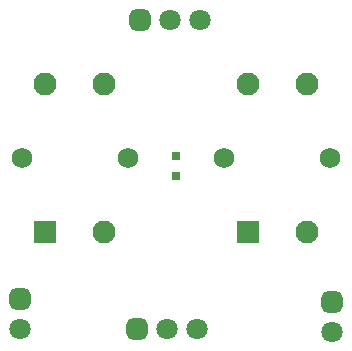
<source format=gts>
G04*
G04 #@! TF.GenerationSoftware,Altium Limited,Altium Designer,24.1.2 (44)*
G04*
G04 Layer_Color=13798182*
%FSLAX44Y44*%
%MOMM*%
G71*
G04*
G04 #@! TF.SameCoordinates,F4167936-B6C4-4533-BD87-858211744F6C*
G04*
G04*
G04 #@! TF.FilePolarity,Negative*
G04*
G01*
G75*
%ADD13R,0.8000X0.8000*%
G04:AMPARAMS|DCode=14|XSize=1.8032mm|YSize=1.8032mm|CornerRadius=0.5016mm|HoleSize=0mm|Usage=FLASHONLY|Rotation=270.000|XOffset=0mm|YOffset=0mm|HoleType=Round|Shape=RoundedRectangle|*
%AMROUNDEDRECTD14*
21,1,1.8032,0.8000,0,0,270.0*
21,1,0.8000,1.8032,0,0,270.0*
1,1,1.0032,-0.4000,-0.4000*
1,1,1.0032,-0.4000,0.4000*
1,1,1.0032,0.4000,0.4000*
1,1,1.0032,0.4000,-0.4000*
%
%ADD14ROUNDEDRECTD14*%
%ADD15C,1.8032*%
G04:AMPARAMS|DCode=16|XSize=1.8032mm|YSize=1.8032mm|CornerRadius=0.5016mm|HoleSize=0mm|Usage=FLASHONLY|Rotation=0.000|XOffset=0mm|YOffset=0mm|HoleType=Round|Shape=RoundedRectangle|*
%AMROUNDEDRECTD16*
21,1,1.8032,0.8000,0,0,0.0*
21,1,0.8000,1.8032,0,0,0.0*
1,1,1.0032,0.4000,-0.4000*
1,1,1.0032,-0.4000,-0.4000*
1,1,1.0032,-0.4000,0.4000*
1,1,1.0032,0.4000,0.4000*
%
%ADD16ROUNDEDRECTD16*%
%ADD17C,1.9532*%
%ADD18R,1.9532X1.9532*%
%ADD19C,1.7532*%
D13*
X160020Y157480D02*
D03*
Y173980D02*
D03*
D14*
X292100Y50800D02*
D03*
X27940Y53340D02*
D03*
D15*
X292100Y25400D02*
D03*
X27940Y27940D02*
D03*
X154940Y289560D02*
D03*
X180340D02*
D03*
X152400Y27940D02*
D03*
X177800D02*
D03*
D16*
X129540Y289560D02*
D03*
X127000Y27940D02*
D03*
D17*
X270660Y235220D02*
D03*
Y110220D02*
D03*
X220660Y235220D02*
D03*
X99380D02*
D03*
Y110220D02*
D03*
X49380Y235220D02*
D03*
D18*
X220660Y110220D02*
D03*
X49380D02*
D03*
D19*
X290660Y172720D02*
D03*
X200660D02*
D03*
X119380D02*
D03*
X29380D02*
D03*
M02*

</source>
